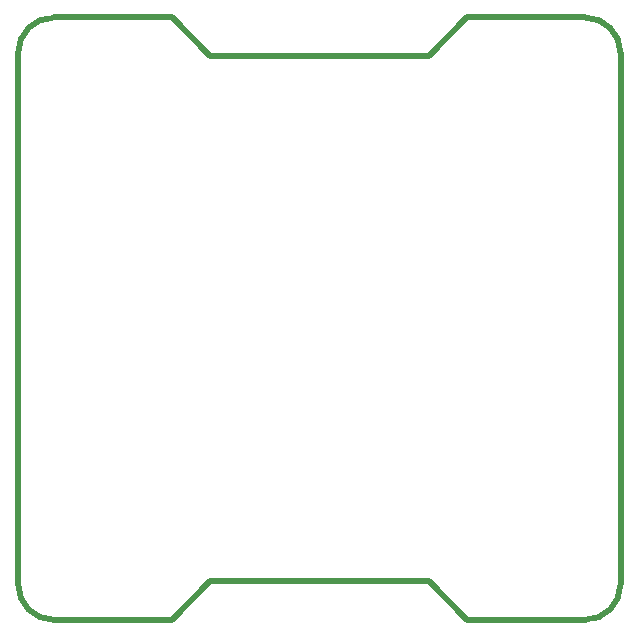
<source format=gm1>
G04 Layer_Color=16711935*
%FSLAX44Y44*%
%MOMM*%
G71*
G01*
G75*
%ADD32C,0.5000*%
D32*
X478600Y-700D02*
G03*
X508600Y29300I0J30000D01*
G01*
Y479300D02*
G03*
X478600Y509300I-30000J0D01*
G01*
X28600D02*
G03*
X-1400Y479300I0J-30000D01*
G01*
Y29300D02*
G03*
X28600Y-700I30000J0D01*
G01*
X128600Y509300D02*
X161100Y476800D01*
X28600Y509300D02*
X128600D01*
X161100Y476800D02*
X346100D01*
X378600Y509300D02*
X478600D01*
X346100Y476800D02*
X378600Y509300D01*
X346100Y31800D02*
X378600Y-700D01*
X478600D01*
X161100Y31800D02*
X346100D01*
X28600Y-700D02*
X128600D01*
X161100Y31800D01*
X-1400Y29300D02*
Y479300D01*
X508600Y29300D02*
Y479300D01*
X478600Y-700D02*
G03*
X508600Y29300I0J30000D01*
G01*
Y479300D02*
G03*
X478600Y509300I-30000J0D01*
G01*
X28600D02*
G03*
X-1400Y479300I0J-30000D01*
G01*
Y29300D02*
G03*
X28600Y-700I30000J0D01*
G01*
X128600Y509300D02*
X161100Y476800D01*
X28600Y509300D02*
X128600D01*
X161100Y476800D02*
X346100D01*
X378600Y509300D02*
X478600D01*
X346100Y476800D02*
X378600Y509300D01*
X346100Y31800D02*
X378600Y-700D01*
X478600D01*
X161100Y31800D02*
X346100D01*
X28600Y-700D02*
X128600D01*
X161100Y31800D01*
X-1400Y29300D02*
Y479300D01*
X508600Y29300D02*
Y479300D01*
M02*

</source>
